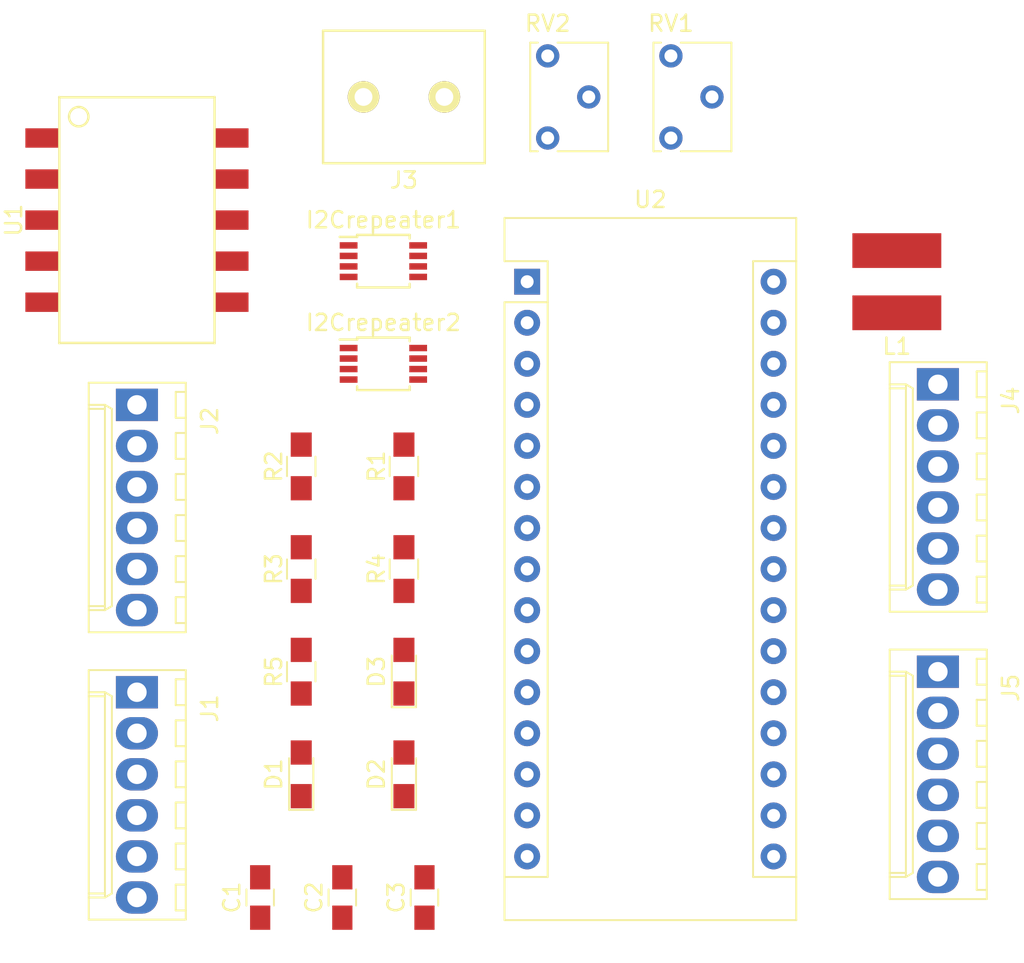
<source format=kicad_pcb>
(kicad_pcb (version 4) (host pcbnew 4.0.7)

  (general
    (links 53)
    (no_connects 53)
    (area 0 0 0 0)
    (thickness 1.6)
    (drawings 0)
    (tracks 0)
    (zones 0)
    (modules 23)
    (nets 43)
  )

  (page A4)
  (layers
    (0 F.Cu signal)
    (31 B.Cu signal)
    (32 B.Adhes user)
    (33 F.Adhes user)
    (34 B.Paste user)
    (35 F.Paste user)
    (36 B.SilkS user)
    (37 F.SilkS user)
    (38 B.Mask user)
    (39 F.Mask user)
    (40 Dwgs.User user)
    (41 Cmts.User user)
    (42 Eco1.User user)
    (43 Eco2.User user)
    (44 Edge.Cuts user)
    (45 Margin user)
    (46 B.CrtYd user)
    (47 F.CrtYd user)
    (48 B.Fab user)
    (49 F.Fab user)
  )

  (setup
    (last_trace_width 0.25)
    (trace_clearance 0.2)
    (zone_clearance 0.508)
    (zone_45_only no)
    (trace_min 0.2)
    (segment_width 0.2)
    (edge_width 0.15)
    (via_size 0.6)
    (via_drill 0.4)
    (via_min_size 0.4)
    (via_min_drill 0.3)
    (uvia_size 0.3)
    (uvia_drill 0.1)
    (uvias_allowed no)
    (uvia_min_size 0.2)
    (uvia_min_drill 0.1)
    (pcb_text_width 0.3)
    (pcb_text_size 1.5 1.5)
    (mod_edge_width 0.15)
    (mod_text_size 1 1)
    (mod_text_width 0.15)
    (pad_size 1.524 1.524)
    (pad_drill 0.762)
    (pad_to_mask_clearance 0.2)
    (aux_axis_origin 0 0)
    (visible_elements FFFFFF7F)
    (pcbplotparams
      (layerselection 0x00030_80000001)
      (usegerberextensions false)
      (excludeedgelayer true)
      (linewidth 0.100000)
      (plotframeref false)
      (viasonmask false)
      (mode 1)
      (useauxorigin false)
      (hpglpennumber 1)
      (hpglpenspeed 20)
      (hpglpendiameter 15)
      (hpglpenoverlay 2)
      (psnegative false)
      (psa4output false)
      (plotreference true)
      (plotvalue true)
      (plotinvisibletext false)
      (padsonsilk false)
      (subtractmaskfromsilk false)
      (outputformat 1)
      (mirror false)
      (drillshape 1)
      (scaleselection 1)
      (outputdirectory ""))
  )

  (net 0 "")
  (net 1 12V)
  (net 2 GND)
  (net 3 "Net-(C3-Pad1)")
  (net 4 "Net-(D1-Pad2)")
  (net 5 "Net-(D2-Pad2)")
  (net 6 "Net-(D3-Pad2)")
  (net 7 VCC+3V)
  (net 8 DEBUG1)
  (net 9 SDAC)
  (net 10 SCLC)
  (net 11 DEBUG2)
  (net 12 INT)
  (net 13 SDAA)
  (net 14 SCLA)
  (net 15 DVI)
  (net 16 VCC+5V)
  (net 17 INPUT2)
  (net 18 INPUT3)
  (net 19 INPUT4)
  (net 20 INPUT5)
  (net 21 "Net-(J5-Pad2)")
  (net 22 "Net-(J5-Pad5)")
  (net 23 "Net-(L1-Pad2)")
  (net 24 SCLB)
  (net 25 SDAB)
  (net 26 TEST)
  (net 27 A1)
  (net 28 5V)
  (net 29 A0)
  (net 30 "Net-(U1-PadVADJ)")
  (net 31 3V)
  (net 32 "Net-(U2-Pad18)")
  (net 33 "Net-(U2-Pad6)")
  (net 34 "Net-(U2-Pad7)")
  (net 35 "Net-(U2-Pad8)")
  (net 36 EN)
  (net 37 "Net-(U2-Pad9)")
  (net 38 "Net-(U2-Pad25)")
  (net 39 "Net-(U2-Pad10)")
  (net 40 "Net-(U2-Pad11)")
  (net 41 "Net-(U2-Pad13)")
  (net 42 "Net-(U2-Pad30)")

  (net_class Default "This is the default net class."
    (clearance 0.2)
    (trace_width 0.25)
    (via_dia 0.6)
    (via_drill 0.4)
    (uvia_dia 0.3)
    (uvia_drill 0.1)
    (add_net 12V)
    (add_net 3V)
    (add_net 5V)
    (add_net A0)
    (add_net A1)
    (add_net DEBUG1)
    (add_net DEBUG2)
    (add_net DVI)
    (add_net EN)
    (add_net GND)
    (add_net INPUT2)
    (add_net INPUT3)
    (add_net INPUT4)
    (add_net INPUT5)
    (add_net INT)
    (add_net "Net-(C3-Pad1)")
    (add_net "Net-(D1-Pad2)")
    (add_net "Net-(D2-Pad2)")
    (add_net "Net-(D3-Pad2)")
    (add_net "Net-(J5-Pad2)")
    (add_net "Net-(J5-Pad5)")
    (add_net "Net-(L1-Pad2)")
    (add_net "Net-(U1-PadVADJ)")
    (add_net "Net-(U2-Pad10)")
    (add_net "Net-(U2-Pad11)")
    (add_net "Net-(U2-Pad13)")
    (add_net "Net-(U2-Pad18)")
    (add_net "Net-(U2-Pad25)")
    (add_net "Net-(U2-Pad30)")
    (add_net "Net-(U2-Pad6)")
    (add_net "Net-(U2-Pad7)")
    (add_net "Net-(U2-Pad8)")
    (add_net "Net-(U2-Pad9)")
    (add_net SCLA)
    (add_net SCLB)
    (add_net SCLC)
    (add_net SDAA)
    (add_net SDAB)
    (add_net SDAC)
    (add_net TEST)
    (add_net VCC+3V)
    (add_net VCC+5V)
  )

  (module Capacitors_SMD:C_0805_HandSoldering (layer F.Cu) (tedit 58AA84A8) (tstamp 5B055A86)
    (at 101.6 140.97 90)
    (descr "Capacitor SMD 0805, hand soldering")
    (tags "capacitor 0805")
    (path /5B059BFC)
    (attr smd)
    (fp_text reference C1 (at 0 -1.75 90) (layer F.SilkS)
      (effects (font (size 1 1) (thickness 0.15)))
    )
    (fp_text value 4.7uF (at 0 1.75 90) (layer F.Fab)
      (effects (font (size 1 1) (thickness 0.15)))
    )
    (fp_text user %R (at 0 -1.75 90) (layer F.Fab)
      (effects (font (size 1 1) (thickness 0.15)))
    )
    (fp_line (start -1 0.62) (end -1 -0.62) (layer F.Fab) (width 0.1))
    (fp_line (start 1 0.62) (end -1 0.62) (layer F.Fab) (width 0.1))
    (fp_line (start 1 -0.62) (end 1 0.62) (layer F.Fab) (width 0.1))
    (fp_line (start -1 -0.62) (end 1 -0.62) (layer F.Fab) (width 0.1))
    (fp_line (start 0.5 -0.85) (end -0.5 -0.85) (layer F.SilkS) (width 0.12))
    (fp_line (start -0.5 0.85) (end 0.5 0.85) (layer F.SilkS) (width 0.12))
    (fp_line (start -2.25 -0.88) (end 2.25 -0.88) (layer F.CrtYd) (width 0.05))
    (fp_line (start -2.25 -0.88) (end -2.25 0.87) (layer F.CrtYd) (width 0.05))
    (fp_line (start 2.25 0.87) (end 2.25 -0.88) (layer F.CrtYd) (width 0.05))
    (fp_line (start 2.25 0.87) (end -2.25 0.87) (layer F.CrtYd) (width 0.05))
    (pad 1 smd rect (at -1.25 0 90) (size 1.5 1.25) (layers F.Cu F.Paste F.Mask)
      (net 1 12V))
    (pad 2 smd rect (at 1.25 0 90) (size 1.5 1.25) (layers F.Cu F.Paste F.Mask)
      (net 2 GND))
    (model Capacitors_SMD.3dshapes/C_0805.wrl
      (at (xyz 0 0 0))
      (scale (xyz 1 1 1))
      (rotate (xyz 0 0 0))
    )
  )

  (module Capacitors_SMD:C_0805_HandSoldering (layer F.Cu) (tedit 58AA84A8) (tstamp 5B055A8C)
    (at 106.68 140.97 90)
    (descr "Capacitor SMD 0805, hand soldering")
    (tags "capacitor 0805")
    (path /5B053D49)
    (attr smd)
    (fp_text reference C2 (at 0 -1.75 90) (layer F.SilkS)
      (effects (font (size 1 1) (thickness 0.15)))
    )
    (fp_text value 4.7uF (at 0 1.75 90) (layer F.Fab)
      (effects (font (size 1 1) (thickness 0.15)))
    )
    (fp_text user %R (at 0 -1.75 90) (layer F.Fab)
      (effects (font (size 1 1) (thickness 0.15)))
    )
    (fp_line (start -1 0.62) (end -1 -0.62) (layer F.Fab) (width 0.1))
    (fp_line (start 1 0.62) (end -1 0.62) (layer F.Fab) (width 0.1))
    (fp_line (start 1 -0.62) (end 1 0.62) (layer F.Fab) (width 0.1))
    (fp_line (start -1 -0.62) (end 1 -0.62) (layer F.Fab) (width 0.1))
    (fp_line (start 0.5 -0.85) (end -0.5 -0.85) (layer F.SilkS) (width 0.12))
    (fp_line (start -0.5 0.85) (end 0.5 0.85) (layer F.SilkS) (width 0.12))
    (fp_line (start -2.25 -0.88) (end 2.25 -0.88) (layer F.CrtYd) (width 0.05))
    (fp_line (start -2.25 -0.88) (end -2.25 0.87) (layer F.CrtYd) (width 0.05))
    (fp_line (start 2.25 0.87) (end 2.25 -0.88) (layer F.CrtYd) (width 0.05))
    (fp_line (start 2.25 0.87) (end -2.25 0.87) (layer F.CrtYd) (width 0.05))
    (pad 1 smd rect (at -1.25 0 90) (size 1.5 1.25) (layers F.Cu F.Paste F.Mask)
      (net 1 12V))
    (pad 2 smd rect (at 1.25 0 90) (size 1.5 1.25) (layers F.Cu F.Paste F.Mask)
      (net 2 GND))
    (model Capacitors_SMD.3dshapes/C_0805.wrl
      (at (xyz 0 0 0))
      (scale (xyz 1 1 1))
      (rotate (xyz 0 0 0))
    )
  )

  (module Capacitors_SMD:C_0805_HandSoldering (layer F.Cu) (tedit 58AA84A8) (tstamp 5B055A92)
    (at 111.76 140.97 90)
    (descr "Capacitor SMD 0805, hand soldering")
    (tags "capacitor 0805")
    (path /5B053D7B)
    (attr smd)
    (fp_text reference C3 (at 0 -1.75 90) (layer F.SilkS)
      (effects (font (size 1 1) (thickness 0.15)))
    )
    (fp_text value 4.7uF (at 0 1.75 90) (layer F.Fab)
      (effects (font (size 1 1) (thickness 0.15)))
    )
    (fp_text user %R (at 0 -1.75 90) (layer F.Fab)
      (effects (font (size 1 1) (thickness 0.15)))
    )
    (fp_line (start -1 0.62) (end -1 -0.62) (layer F.Fab) (width 0.1))
    (fp_line (start 1 0.62) (end -1 0.62) (layer F.Fab) (width 0.1))
    (fp_line (start 1 -0.62) (end 1 0.62) (layer F.Fab) (width 0.1))
    (fp_line (start -1 -0.62) (end 1 -0.62) (layer F.Fab) (width 0.1))
    (fp_line (start 0.5 -0.85) (end -0.5 -0.85) (layer F.SilkS) (width 0.12))
    (fp_line (start -0.5 0.85) (end 0.5 0.85) (layer F.SilkS) (width 0.12))
    (fp_line (start -2.25 -0.88) (end 2.25 -0.88) (layer F.CrtYd) (width 0.05))
    (fp_line (start -2.25 -0.88) (end -2.25 0.87) (layer F.CrtYd) (width 0.05))
    (fp_line (start 2.25 0.87) (end 2.25 -0.88) (layer F.CrtYd) (width 0.05))
    (fp_line (start 2.25 0.87) (end -2.25 0.87) (layer F.CrtYd) (width 0.05))
    (pad 1 smd rect (at -1.25 0 90) (size 1.5 1.25) (layers F.Cu F.Paste F.Mask)
      (net 3 "Net-(C3-Pad1)"))
    (pad 2 smd rect (at 1.25 0 90) (size 1.5 1.25) (layers F.Cu F.Paste F.Mask)
      (net 2 GND))
    (model Capacitors_SMD.3dshapes/C_0805.wrl
      (at (xyz 0 0 0))
      (scale (xyz 1 1 1))
      (rotate (xyz 0 0 0))
    )
  )

  (module LEDs:LED_0805_HandSoldering (layer F.Cu) (tedit 595FCA25) (tstamp 5B055A98)
    (at 104.14 133.35 90)
    (descr "Resistor SMD 0805, hand soldering")
    (tags "resistor 0805")
    (path /5B0592EE)
    (attr smd)
    (fp_text reference D1 (at 0 -1.7 90) (layer F.SilkS)
      (effects (font (size 1 1) (thickness 0.15)))
    )
    (fp_text value LED (at 0 1.75 90) (layer F.Fab)
      (effects (font (size 1 1) (thickness 0.15)))
    )
    (fp_line (start -0.4 -0.4) (end -0.4 0.4) (layer F.Fab) (width 0.1))
    (fp_line (start -0.4 0) (end 0.2 -0.4) (layer F.Fab) (width 0.1))
    (fp_line (start 0.2 0.4) (end -0.4 0) (layer F.Fab) (width 0.1))
    (fp_line (start 0.2 -0.4) (end 0.2 0.4) (layer F.Fab) (width 0.1))
    (fp_line (start -1 0.62) (end -1 -0.62) (layer F.Fab) (width 0.1))
    (fp_line (start 1 0.62) (end -1 0.62) (layer F.Fab) (width 0.1))
    (fp_line (start 1 -0.62) (end 1 0.62) (layer F.Fab) (width 0.1))
    (fp_line (start -1 -0.62) (end 1 -0.62) (layer F.Fab) (width 0.1))
    (fp_line (start 1 0.75) (end -2.2 0.75) (layer F.SilkS) (width 0.12))
    (fp_line (start -2.2 -0.75) (end 1 -0.75) (layer F.SilkS) (width 0.12))
    (fp_line (start -2.35 -0.9) (end 2.35 -0.9) (layer F.CrtYd) (width 0.05))
    (fp_line (start -2.35 -0.9) (end -2.35 0.9) (layer F.CrtYd) (width 0.05))
    (fp_line (start 2.35 0.9) (end 2.35 -0.9) (layer F.CrtYd) (width 0.05))
    (fp_line (start 2.35 0.9) (end -2.35 0.9) (layer F.CrtYd) (width 0.05))
    (fp_line (start -2.2 -0.75) (end -2.2 0.75) (layer F.SilkS) (width 0.12))
    (pad 1 smd rect (at -1.35 0 90) (size 1.5 1.3) (layers F.Cu F.Paste F.Mask)
      (net 2 GND))
    (pad 2 smd rect (at 1.35 0 90) (size 1.5 1.3) (layers F.Cu F.Paste F.Mask)
      (net 4 "Net-(D1-Pad2)"))
    (model ${KISYS3DMOD}/LEDs.3dshapes/LED_0805.wrl
      (at (xyz 0 0 0))
      (scale (xyz 1 1 1))
      (rotate (xyz 0 0 0))
    )
  )

  (module LEDs:LED_0805_HandSoldering (layer F.Cu) (tedit 595FCA25) (tstamp 5B055A9E)
    (at 110.49 133.35 90)
    (descr "Resistor SMD 0805, hand soldering")
    (tags "resistor 0805")
    (path /5B057AF7)
    (attr smd)
    (fp_text reference D2 (at 0 -1.7 90) (layer F.SilkS)
      (effects (font (size 1 1) (thickness 0.15)))
    )
    (fp_text value LED (at 0 1.75 90) (layer F.Fab)
      (effects (font (size 1 1) (thickness 0.15)))
    )
    (fp_line (start -0.4 -0.4) (end -0.4 0.4) (layer F.Fab) (width 0.1))
    (fp_line (start -0.4 0) (end 0.2 -0.4) (layer F.Fab) (width 0.1))
    (fp_line (start 0.2 0.4) (end -0.4 0) (layer F.Fab) (width 0.1))
    (fp_line (start 0.2 -0.4) (end 0.2 0.4) (layer F.Fab) (width 0.1))
    (fp_line (start -1 0.62) (end -1 -0.62) (layer F.Fab) (width 0.1))
    (fp_line (start 1 0.62) (end -1 0.62) (layer F.Fab) (width 0.1))
    (fp_line (start 1 -0.62) (end 1 0.62) (layer F.Fab) (width 0.1))
    (fp_line (start -1 -0.62) (end 1 -0.62) (layer F.Fab) (width 0.1))
    (fp_line (start 1 0.75) (end -2.2 0.75) (layer F.SilkS) (width 0.12))
    (fp_line (start -2.2 -0.75) (end 1 -0.75) (layer F.SilkS) (width 0.12))
    (fp_line (start -2.35 -0.9) (end 2.35 -0.9) (layer F.CrtYd) (width 0.05))
    (fp_line (start -2.35 -0.9) (end -2.35 0.9) (layer F.CrtYd) (width 0.05))
    (fp_line (start 2.35 0.9) (end 2.35 -0.9) (layer F.CrtYd) (width 0.05))
    (fp_line (start 2.35 0.9) (end -2.35 0.9) (layer F.CrtYd) (width 0.05))
    (fp_line (start -2.2 -0.75) (end -2.2 0.75) (layer F.SilkS) (width 0.12))
    (pad 1 smd rect (at -1.35 0 90) (size 1.5 1.3) (layers F.Cu F.Paste F.Mask)
      (net 2 GND))
    (pad 2 smd rect (at 1.35 0 90) (size 1.5 1.3) (layers F.Cu F.Paste F.Mask)
      (net 5 "Net-(D2-Pad2)"))
    (model ${KISYS3DMOD}/LEDs.3dshapes/LED_0805.wrl
      (at (xyz 0 0 0))
      (scale (xyz 1 1 1))
      (rotate (xyz 0 0 0))
    )
  )

  (module LEDs:LED_0805_HandSoldering (layer F.Cu) (tedit 595FCA25) (tstamp 5B055AA4)
    (at 110.49 127 90)
    (descr "Resistor SMD 0805, hand soldering")
    (tags "resistor 0805")
    (path /5B05939C)
    (attr smd)
    (fp_text reference D3 (at 0 -1.7 90) (layer F.SilkS)
      (effects (font (size 1 1) (thickness 0.15)))
    )
    (fp_text value LED (at 0 1.75 90) (layer F.Fab)
      (effects (font (size 1 1) (thickness 0.15)))
    )
    (fp_line (start -0.4 -0.4) (end -0.4 0.4) (layer F.Fab) (width 0.1))
    (fp_line (start -0.4 0) (end 0.2 -0.4) (layer F.Fab) (width 0.1))
    (fp_line (start 0.2 0.4) (end -0.4 0) (layer F.Fab) (width 0.1))
    (fp_line (start 0.2 -0.4) (end 0.2 0.4) (layer F.Fab) (width 0.1))
    (fp_line (start -1 0.62) (end -1 -0.62) (layer F.Fab) (width 0.1))
    (fp_line (start 1 0.62) (end -1 0.62) (layer F.Fab) (width 0.1))
    (fp_line (start 1 -0.62) (end 1 0.62) (layer F.Fab) (width 0.1))
    (fp_line (start -1 -0.62) (end 1 -0.62) (layer F.Fab) (width 0.1))
    (fp_line (start 1 0.75) (end -2.2 0.75) (layer F.SilkS) (width 0.12))
    (fp_line (start -2.2 -0.75) (end 1 -0.75) (layer F.SilkS) (width 0.12))
    (fp_line (start -2.35 -0.9) (end 2.35 -0.9) (layer F.CrtYd) (width 0.05))
    (fp_line (start -2.35 -0.9) (end -2.35 0.9) (layer F.CrtYd) (width 0.05))
    (fp_line (start 2.35 0.9) (end 2.35 -0.9) (layer F.CrtYd) (width 0.05))
    (fp_line (start 2.35 0.9) (end -2.35 0.9) (layer F.CrtYd) (width 0.05))
    (fp_line (start -2.2 -0.75) (end -2.2 0.75) (layer F.SilkS) (width 0.12))
    (pad 1 smd rect (at -1.35 0 90) (size 1.5 1.3) (layers F.Cu F.Paste F.Mask)
      (net 2 GND))
    (pad 2 smd rect (at 1.35 0 90) (size 1.5 1.3) (layers F.Cu F.Paste F.Mask)
      (net 6 "Net-(D3-Pad2)"))
    (model ${KISYS3DMOD}/LEDs.3dshapes/LED_0805.wrl
      (at (xyz 0 0 0))
      (scale (xyz 1 1 1))
      (rotate (xyz 0 0 0))
    )
  )

  (module Housings_SSOP:TSSOP-8_3x3mm_Pitch0.65mm (layer F.Cu) (tedit 54130A77) (tstamp 5B055AB0)
    (at 109.22 101.6)
    (descr "TSSOP8: plastic thin shrink small outline package; 8 leads; body width 3 mm; (see NXP SSOP-TSSOP-VSO-REFLOW.pdf and sot505-1_po.pdf)")
    (tags "SSOP 0.65")
    (path /5B057D58)
    (attr smd)
    (fp_text reference I2Crepeater1 (at 0 -2.55) (layer F.SilkS)
      (effects (font (size 1 1) (thickness 0.15)))
    )
    (fp_text value I2C-PCA9517 (at 0 2.55) (layer F.Fab)
      (effects (font (size 1 1) (thickness 0.15)))
    )
    (fp_line (start -0.5 -1.5) (end 1.5 -1.5) (layer F.Fab) (width 0.15))
    (fp_line (start 1.5 -1.5) (end 1.5 1.5) (layer F.Fab) (width 0.15))
    (fp_line (start 1.5 1.5) (end -1.5 1.5) (layer F.Fab) (width 0.15))
    (fp_line (start -1.5 1.5) (end -1.5 -0.5) (layer F.Fab) (width 0.15))
    (fp_line (start -1.5 -0.5) (end -0.5 -1.5) (layer F.Fab) (width 0.15))
    (fp_line (start -2.95 -1.8) (end -2.95 1.8) (layer F.CrtYd) (width 0.05))
    (fp_line (start 2.95 -1.8) (end 2.95 1.8) (layer F.CrtYd) (width 0.05))
    (fp_line (start -2.95 -1.8) (end 2.95 -1.8) (layer F.CrtYd) (width 0.05))
    (fp_line (start -2.95 1.8) (end 2.95 1.8) (layer F.CrtYd) (width 0.05))
    (fp_line (start -1.625 -1.625) (end -1.625 -1.5) (layer F.SilkS) (width 0.15))
    (fp_line (start 1.625 -1.625) (end 1.625 -1.4) (layer F.SilkS) (width 0.15))
    (fp_line (start 1.625 1.625) (end 1.625 1.4) (layer F.SilkS) (width 0.15))
    (fp_line (start -1.625 1.625) (end -1.625 1.4) (layer F.SilkS) (width 0.15))
    (fp_line (start -1.625 -1.625) (end 1.625 -1.625) (layer F.SilkS) (width 0.15))
    (fp_line (start -1.625 1.625) (end 1.625 1.625) (layer F.SilkS) (width 0.15))
    (fp_line (start -1.625 -1.5) (end -2.7 -1.5) (layer F.SilkS) (width 0.15))
    (fp_text user %R (at 0 0) (layer F.Fab)
      (effects (font (size 0.6 0.6) (thickness 0.15)))
    )
    (pad 1 smd rect (at -2.15 -0.975) (size 1.1 0.4) (layers F.Cu F.Paste F.Mask))
    (pad 2 smd rect (at -2.15 -0.325) (size 1.1 0.4) (layers F.Cu F.Paste F.Mask))
    (pad 3 smd rect (at -2.15 0.325) (size 1.1 0.4) (layers F.Cu F.Paste F.Mask))
    (pad 4 smd rect (at -2.15 0.975) (size 1.1 0.4) (layers F.Cu F.Paste F.Mask))
    (pad 5 smd rect (at 2.15 0.975) (size 1.1 0.4) (layers F.Cu F.Paste F.Mask))
    (pad 6 smd rect (at 2.15 0.325) (size 1.1 0.4) (layers F.Cu F.Paste F.Mask))
    (pad 7 smd rect (at 2.15 -0.325) (size 1.1 0.4) (layers F.Cu F.Paste F.Mask))
    (pad 8 smd rect (at 2.15 -0.975) (size 1.1 0.4) (layers F.Cu F.Paste F.Mask))
    (model ${KISYS3DMOD}/Housings_SSOP.3dshapes/TSSOP-8_3x3mm_Pitch0.65mm.wrl
      (at (xyz 0 0 0))
      (scale (xyz 1 1 1))
      (rotate (xyz 0 0 0))
    )
  )

  (module Housings_SSOP:TSSOP-8_3x3mm_Pitch0.65mm (layer F.Cu) (tedit 54130A77) (tstamp 5B055ABC)
    (at 109.22 107.95)
    (descr "TSSOP8: plastic thin shrink small outline package; 8 leads; body width 3 mm; (see NXP SSOP-TSSOP-VSO-REFLOW.pdf and sot505-1_po.pdf)")
    (tags "SSOP 0.65")
    (path /5B052CDF)
    (attr smd)
    (fp_text reference I2Crepeater2 (at 0 -2.55) (layer F.SilkS)
      (effects (font (size 1 1) (thickness 0.15)))
    )
    (fp_text value I2C-PCA9517 (at 0 2.55) (layer F.Fab)
      (effects (font (size 1 1) (thickness 0.15)))
    )
    (fp_line (start -0.5 -1.5) (end 1.5 -1.5) (layer F.Fab) (width 0.15))
    (fp_line (start 1.5 -1.5) (end 1.5 1.5) (layer F.Fab) (width 0.15))
    (fp_line (start 1.5 1.5) (end -1.5 1.5) (layer F.Fab) (width 0.15))
    (fp_line (start -1.5 1.5) (end -1.5 -0.5) (layer F.Fab) (width 0.15))
    (fp_line (start -1.5 -0.5) (end -0.5 -1.5) (layer F.Fab) (width 0.15))
    (fp_line (start -2.95 -1.8) (end -2.95 1.8) (layer F.CrtYd) (width 0.05))
    (fp_line (start 2.95 -1.8) (end 2.95 1.8) (layer F.CrtYd) (width 0.05))
    (fp_line (start -2.95 -1.8) (end 2.95 -1.8) (layer F.CrtYd) (width 0.05))
    (fp_line (start -2.95 1.8) (end 2.95 1.8) (layer F.CrtYd) (width 0.05))
    (fp_line (start -1.625 -1.625) (end -1.625 -1.5) (layer F.SilkS) (width 0.15))
    (fp_line (start 1.625 -1.625) (end 1.625 -1.4) (layer F.SilkS) (width 0.15))
    (fp_line (start 1.625 1.625) (end 1.625 1.4) (layer F.SilkS) (width 0.15))
    (fp_line (start -1.625 1.625) (end -1.625 1.4) (layer F.SilkS) (width 0.15))
    (fp_line (start -1.625 -1.625) (end 1.625 -1.625) (layer F.SilkS) (width 0.15))
    (fp_line (start -1.625 1.625) (end 1.625 1.625) (layer F.SilkS) (width 0.15))
    (fp_line (start -1.625 -1.5) (end -2.7 -1.5) (layer F.SilkS) (width 0.15))
    (fp_text user %R (at 0 0) (layer F.Fab)
      (effects (font (size 0.6 0.6) (thickness 0.15)))
    )
    (pad 1 smd rect (at -2.15 -0.975) (size 1.1 0.4) (layers F.Cu F.Paste F.Mask))
    (pad 2 smd rect (at -2.15 -0.325) (size 1.1 0.4) (layers F.Cu F.Paste F.Mask))
    (pad 3 smd rect (at -2.15 0.325) (size 1.1 0.4) (layers F.Cu F.Paste F.Mask))
    (pad 4 smd rect (at -2.15 0.975) (size 1.1 0.4) (layers F.Cu F.Paste F.Mask))
    (pad 5 smd rect (at 2.15 0.975) (size 1.1 0.4) (layers F.Cu F.Paste F.Mask))
    (pad 6 smd rect (at 2.15 0.325) (size 1.1 0.4) (layers F.Cu F.Paste F.Mask))
    (pad 7 smd rect (at 2.15 -0.325) (size 1.1 0.4) (layers F.Cu F.Paste F.Mask))
    (pad 8 smd rect (at 2.15 -0.975) (size 1.1 0.4) (layers F.Cu F.Paste F.Mask))
    (model ${KISYS3DMOD}/Housings_SSOP.3dshapes/TSSOP-8_3x3mm_Pitch0.65mm.wrl
      (at (xyz 0 0 0))
      (scale (xyz 1 1 1))
      (rotate (xyz 0 0 0))
    )
  )

  (module valveteam-footprints:Molex_KK-6410-06_06x2.54mm_Straight (layer F.Cu) (tedit 58EE6EEB) (tstamp 5B055AED)
    (at 93.98 128.27 270)
    (descr "Connector Headers with Friction Lock, 22-27-2061, http://www.molex.com/pdm_docs/sd/022272021_sd.pdf")
    (tags "connector molex kk_6410 22-27-2061")
    (path /5B057D65)
    (fp_text reference J1 (at 1 -4.5 270) (layer F.SilkS)
      (effects (font (size 1 1) (thickness 0.15)))
    )
    (fp_text value "For Light Sensor" (at 6.35 4.5 270) (layer F.Fab)
      (effects (font (size 1 1) (thickness 0.15)))
    )
    (fp_line (start -1.47 -3.12) (end -1.47 3.08) (layer F.Fab) (width 0.12))
    (fp_line (start -1.47 3.08) (end 14.17 3.08) (layer F.Fab) (width 0.12))
    (fp_line (start 14.17 3.08) (end 14.17 -3.12) (layer F.Fab) (width 0.12))
    (fp_line (start 14.17 -3.12) (end -1.47 -3.12) (layer F.Fab) (width 0.12))
    (fp_line (start -1.37 -3.02) (end -1.37 2.98) (layer F.SilkS) (width 0.12))
    (fp_line (start -1.37 2.98) (end 14.07 2.98) (layer F.SilkS) (width 0.12))
    (fp_line (start 14.07 2.98) (end 14.07 -3.02) (layer F.SilkS) (width 0.12))
    (fp_line (start 14.07 -3.02) (end -1.37 -3.02) (layer F.SilkS) (width 0.12))
    (fp_line (start 0 2.98) (end 0 1.98) (layer F.SilkS) (width 0.12))
    (fp_line (start 0 1.98) (end 12.7 1.98) (layer F.SilkS) (width 0.12))
    (fp_line (start 12.7 1.98) (end 12.7 2.98) (layer F.SilkS) (width 0.12))
    (fp_line (start 0 1.98) (end 0.25 1.55) (layer F.SilkS) (width 0.12))
    (fp_line (start 0.25 1.55) (end 12.45 1.55) (layer F.SilkS) (width 0.12))
    (fp_line (start 12.45 1.55) (end 12.7 1.98) (layer F.SilkS) (width 0.12))
    (fp_line (start 0.25 2.98) (end 0.25 1.98) (layer F.SilkS) (width 0.12))
    (fp_line (start 12.45 2.98) (end 12.45 1.98) (layer F.SilkS) (width 0.12))
    (fp_line (start -0.8 -3.02) (end -0.8 -2.4) (layer F.SilkS) (width 0.12))
    (fp_line (start -0.8 -2.4) (end 0.8 -2.4) (layer F.SilkS) (width 0.12))
    (fp_line (start 0.8 -2.4) (end 0.8 -3.02) (layer F.SilkS) (width 0.12))
    (fp_line (start 1.74 -3.02) (end 1.74 -2.4) (layer F.SilkS) (width 0.12))
    (fp_line (start 1.74 -2.4) (end 3.34 -2.4) (layer F.SilkS) (width 0.12))
    (fp_line (start 3.34 -2.4) (end 3.34 -3.02) (layer F.SilkS) (width 0.12))
    (fp_line (start 4.28 -3.02) (end 4.28 -2.4) (layer F.SilkS) (width 0.12))
    (fp_line (start 4.28 -2.4) (end 5.88 -2.4) (layer F.SilkS) (width 0.12))
    (fp_line (start 5.88 -2.4) (end 5.88 -3.02) (layer F.SilkS) (width 0.12))
    (fp_line (start 6.82 -3.02) (end 6.82 -2.4) (layer F.SilkS) (width 0.12))
    (fp_line (start 6.82 -2.4) (end 8.42 -2.4) (layer F.SilkS) (width 0.12))
    (fp_line (start 8.42 -2.4) (end 8.42 -3.02) (layer F.SilkS) (width 0.12))
    (fp_line (start 9.36 -3.02) (end 9.36 -2.4) (layer F.SilkS) (width 0.12))
    (fp_line (start 9.36 -2.4) (end 10.96 -2.4) (layer F.SilkS) (width 0.12))
    (fp_line (start 10.96 -2.4) (end 10.96 -3.02) (layer F.SilkS) (width 0.12))
    (fp_line (start 11.9 -3.02) (end 11.9 -2.4) (layer F.SilkS) (width 0.12))
    (fp_line (start 11.9 -2.4) (end 13.5 -2.4) (layer F.SilkS) (width 0.12))
    (fp_line (start 13.5 -2.4) (end 13.5 -3.02) (layer F.SilkS) (width 0.12))
    (fp_line (start -1.9 3.5) (end -1.9 -3.55) (layer F.CrtYd) (width 0.05))
    (fp_line (start -1.9 -3.55) (end 14.6 -3.55) (layer F.CrtYd) (width 0.05))
    (fp_line (start 14.6 -3.55) (end 14.6 3.5) (layer F.CrtYd) (width 0.05))
    (fp_line (start 14.6 3.5) (end -1.9 3.5) (layer F.CrtYd) (width 0.05))
    (fp_text user %R (at 6.35 0 270) (layer F.Fab)
      (effects (font (size 1 1) (thickness 0.15)))
    )
    (pad 1 thru_hole rect (at 0 0 270) (size 2 2.6) (drill 1.2) (layers *.Cu *.Mask)
      (net 7 VCC+3V))
    (pad 2 thru_hole oval (at 2.54 0 270) (size 2 2.6) (drill 1.2) (layers *.Cu *.Mask)
      (net 8 DEBUG1))
    (pad 3 thru_hole oval (at 5.08 0 270) (size 2 2.6) (drill 1.2) (layers *.Cu *.Mask)
      (net 9 SDAC))
    (pad 4 thru_hole oval (at 7.62 0 270) (size 2 2.6) (drill 1.2) (layers *.Cu *.Mask)
      (net 10 SCLC))
    (pad 5 thru_hole oval (at 10.16 0 270) (size 2 2.6) (drill 1.2) (layers *.Cu *.Mask)
      (net 11 DEBUG2))
    (pad 6 thru_hole oval (at 12.7 0 270) (size 2 2.6) (drill 1.2) (layers *.Cu *.Mask)
      (net 2 GND))
    (model ${KISYS3DMOD}/Connectors_Molex.3dshapes/Molex_KK-6410-06_06x2.54mm_Straight.wrl
      (at (xyz 0 0 0))
      (scale (xyz 1 1 1))
      (rotate (xyz 0 0 0))
    )
  )

  (module valveteam-footprints:Molex_KK-6410-06_06x2.54mm_Straight (layer F.Cu) (tedit 58EE6EEB) (tstamp 5B055B1E)
    (at 93.98 110.49 270)
    (descr "Connector Headers with Friction Lock, 22-27-2061, http://www.molex.com/pdm_docs/sd/022272021_sd.pdf")
    (tags "connector molex kk_6410 22-27-2061")
    (path /5B05419B)
    (fp_text reference J2 (at 1 -4.5 270) (layer F.SilkS)
      (effects (font (size 1 1) (thickness 0.15)))
    )
    (fp_text value "For Light Sensor" (at 6.35 4.5 270) (layer F.Fab)
      (effects (font (size 1 1) (thickness 0.15)))
    )
    (fp_line (start -1.47 -3.12) (end -1.47 3.08) (layer F.Fab) (width 0.12))
    (fp_line (start -1.47 3.08) (end 14.17 3.08) (layer F.Fab) (width 0.12))
    (fp_line (start 14.17 3.08) (end 14.17 -3.12) (layer F.Fab) (width 0.12))
    (fp_line (start 14.17 -3.12) (end -1.47 -3.12) (layer F.Fab) (width 0.12))
    (fp_line (start -1.37 -3.02) (end -1.37 2.98) (layer F.SilkS) (width 0.12))
    (fp_line (start -1.37 2.98) (end 14.07 2.98) (layer F.SilkS) (width 0.12))
    (fp_line (start 14.07 2.98) (end 14.07 -3.02) (layer F.SilkS) (width 0.12))
    (fp_line (start 14.07 -3.02) (end -1.37 -3.02) (layer F.SilkS) (width 0.12))
    (fp_line (start 0 2.98) (end 0 1.98) (layer F.SilkS) (width 0.12))
    (fp_line (start 0 1.98) (end 12.7 1.98) (layer F.SilkS) (width 0.12))
    (fp_line (start 12.7 1.98) (end 12.7 2.98) (layer F.SilkS) (width 0.12))
    (fp_line (start 0 1.98) (end 0.25 1.55) (layer F.SilkS) (width 0.12))
    (fp_line (start 0.25 1.55) (end 12.45 1.55) (layer F.SilkS) (width 0.12))
    (fp_line (start 12.45 1.55) (end 12.7 1.98) (layer F.SilkS) (width 0.12))
    (fp_line (start 0.25 2.98) (end 0.25 1.98) (layer F.SilkS) (width 0.12))
    (fp_line (start 12.45 2.98) (end 12.45 1.98) (layer F.SilkS) (width 0.12))
    (fp_line (start -0.8 -3.02) (end -0.8 -2.4) (layer F.SilkS) (width 0.12))
    (fp_line (start -0.8 -2.4) (end 0.8 -2.4) (layer F.SilkS) (width 0.12))
    (fp_line (start 0.8 -2.4) (end 0.8 -3.02) (layer F.SilkS) (width 0.12))
    (fp_line (start 1.74 -3.02) (end 1.74 -2.4) (layer F.SilkS) (width 0.12))
    (fp_line (start 1.74 -2.4) (end 3.34 -2.4) (layer F.SilkS) (width 0.12))
    (fp_line (start 3.34 -2.4) (end 3.34 -3.02) (layer F.SilkS) (width 0.12))
    (fp_line (start 4.28 -3.02) (end 4.28 -2.4) (layer F.SilkS) (width 0.12))
    (fp_line (start 4.28 -2.4) (end 5.88 -2.4) (layer F.SilkS) (width 0.12))
    (fp_line (start 5.88 -2.4) (end 5.88 -3.02) (layer F.SilkS) (width 0.12))
    (fp_line (start 6.82 -3.02) (end 6.82 -2.4) (layer F.SilkS) (width 0.12))
    (fp_line (start 6.82 -2.4) (end 8.42 -2.4) (layer F.SilkS) (width 0.12))
    (fp_line (start 8.42 -2.4) (end 8.42 -3.02) (layer F.SilkS) (width 0.12))
    (fp_line (start 9.36 -3.02) (end 9.36 -2.4) (layer F.SilkS) (width 0.12))
    (fp_line (start 9.36 -2.4) (end 10.96 -2.4) (layer F.SilkS) (width 0.12))
    (fp_line (start 10.96 -2.4) (end 10.96 -3.02) (layer F.SilkS) (width 0.12))
    (fp_line (start 11.9 -3.02) (end 11.9 -2.4) (layer F.SilkS) (width 0.12))
    (fp_line (start 11.9 -2.4) (end 13.5 -2.4) (layer F.SilkS) (width 0.12))
    (fp_line (start 13.5 -2.4) (end 13.5 -3.02) (layer F.SilkS) (width 0.12))
    (fp_line (start -1.9 3.5) (end -1.9 -3.55) (layer F.CrtYd) (width 0.05))
    (fp_line (start -1.9 -3.55) (end 14.6 -3.55) (layer F.CrtYd) (width 0.05))
    (fp_line (start 14.6 -3.55) (end 14.6 3.5) (layer F.CrtYd) (width 0.05))
    (fp_line (start 14.6 3.5) (end -1.9 3.5) (layer F.CrtYd) (width 0.05))
    (fp_text user %R (at 6.35 0 270) (layer F.Fab)
      (effects (font (size 1 1) (thickness 0.15)))
    )
    (pad 1 thru_hole rect (at 0 0 270) (size 2 2.6) (drill 1.2) (layers *.Cu *.Mask)
      (net 7 VCC+3V))
    (pad 2 thru_hole oval (at 2.54 0 270) (size 2 2.6) (drill 1.2) (layers *.Cu *.Mask)
      (net 12 INT))
    (pad 3 thru_hole oval (at 5.08 0 270) (size 2 2.6) (drill 1.2) (layers *.Cu *.Mask)
      (net 13 SDAA))
    (pad 4 thru_hole oval (at 7.62 0 270) (size 2 2.6) (drill 1.2) (layers *.Cu *.Mask)
      (net 14 SCLA))
    (pad 5 thru_hole oval (at 10.16 0 270) (size 2 2.6) (drill 1.2) (layers *.Cu *.Mask)
      (net 15 DVI))
    (pad 6 thru_hole oval (at 12.7 0 270) (size 2 2.6) (drill 1.2) (layers *.Cu *.Mask)
      (net 2 GND))
    (model ${KISYS3DMOD}/Connectors_Molex.3dshapes/Molex_KK-6410-06_06x2.54mm_Straight.wrl
      (at (xyz 0 0 0))
      (scale (xyz 1 1 1))
      (rotate (xyz 0 0 0))
    )
  )

  (module valveteam-footprints:TE_TERM (layer F.Cu) (tedit 5B0423B0) (tstamp 5B055B28)
    (at 110.49 91.44)
    (path /5B05325B)
    (fp_text reference J3 (at 0 5.15) (layer F.SilkS)
      (effects (font (size 1 1) (thickness 0.15)))
    )
    (fp_text value "From Solar Panel" (at 0 -5.15) (layer F.Fab)
      (effects (font (size 1 1) (thickness 0.15)))
    )
    (fp_line (start -5 -4.1) (end 5 -4.1) (layer F.SilkS) (width 0.15))
    (fp_line (start 5 -4.1) (end 5 4.1) (layer F.SilkS) (width 0.15))
    (fp_line (start -5 4.1) (end 5 4.1) (layer F.SilkS) (width 0.15))
    (fp_line (start -5 -4.1) (end -5 4.1) (layer F.SilkS) (width 0.15))
    (pad 2 thru_hole circle (at 2.5 0) (size 1.95 1.95) (drill 1.1) (layers *.Cu *.Mask F.SilkS)
      (net 2 GND))
    (pad 1 thru_hole circle (at -2.5 0) (size 1.95 1.95) (drill 1.1) (layers *.Cu *.Mask F.SilkS)
      (net 1 12V))
  )

  (module valveteam-footprints:Molex_KK-6410-06_06x2.54mm_Straight (layer F.Cu) (tedit 58EE6EEB) (tstamp 5B055B59)
    (at 143.51 109.22 270)
    (descr "Connector Headers with Friction Lock, 22-27-2061, http://www.molex.com/pdm_docs/sd/022272021_sd.pdf")
    (tags "connector molex kk_6410 22-27-2061")
    (path /5B053A71)
    (fp_text reference J4 (at 1 -4.5 270) (layer F.SilkS)
      (effects (font (size 1 1) (thickness 0.15)))
    )
    (fp_text value "For Flow Module b" (at 6.35 4.5 270) (layer F.Fab)
      (effects (font (size 1 1) (thickness 0.15)))
    )
    (fp_line (start -1.47 -3.12) (end -1.47 3.08) (layer F.Fab) (width 0.12))
    (fp_line (start -1.47 3.08) (end 14.17 3.08) (layer F.Fab) (width 0.12))
    (fp_line (start 14.17 3.08) (end 14.17 -3.12) (layer F.Fab) (width 0.12))
    (fp_line (start 14.17 -3.12) (end -1.47 -3.12) (layer F.Fab) (width 0.12))
    (fp_line (start -1.37 -3.02) (end -1.37 2.98) (layer F.SilkS) (width 0.12))
    (fp_line (start -1.37 2.98) (end 14.07 2.98) (layer F.SilkS) (width 0.12))
    (fp_line (start 14.07 2.98) (end 14.07 -3.02) (layer F.SilkS) (width 0.12))
    (fp_line (start 14.07 -3.02) (end -1.37 -3.02) (layer F.SilkS) (width 0.12))
    (fp_line (start 0 2.98) (end 0 1.98) (layer F.SilkS) (width 0.12))
    (fp_line (start 0 1.98) (end 12.7 1.98) (layer F.SilkS) (width 0.12))
    (fp_line (start 12.7 1.98) (end 12.7 2.98) (layer F.SilkS) (width 0.12))
    (fp_line (start 0 1.98) (end 0.25 1.55) (layer F.SilkS) (width 0.12))
    (fp_line (start 0.25 1.55) (end 12.45 1.55) (layer F.SilkS) (width 0.12))
    (fp_line (start 12.45 1.55) (end 12.7 1.98) (layer F.SilkS) (width 0.12))
    (fp_line (start 0.25 2.98) (end 0.25 1.98) (layer F.SilkS) (width 0.12))
    (fp_line (start 12.45 2.98) (end 12.45 1.98) (layer F.SilkS) (width 0.12))
    (fp_line (start -0.8 -3.02) (end -0.8 -2.4) (layer F.SilkS) (width 0.12))
    (fp_line (start -0.8 -2.4) (end 0.8 -2.4) (layer F.SilkS) (width 0.12))
    (fp_line (start 0.8 -2.4) (end 0.8 -3.02) (layer F.SilkS) (width 0.12))
    (fp_line (start 1.74 -3.02) (end 1.74 -2.4) (layer F.SilkS) (width 0.12))
    (fp_line (start 1.74 -2.4) (end 3.34 -2.4) (layer F.SilkS) (width 0.12))
    (fp_line (start 3.34 -2.4) (end 3.34 -3.02) (layer F.SilkS) (width 0.12))
    (fp_line (start 4.28 -3.02) (end 4.28 -2.4) (layer F.SilkS) (width 0.12))
    (fp_line (start 4.28 -2.4) (end 5.88 -2.4) (layer F.SilkS) (width 0.12))
    (fp_line (start 5.88 -2.4) (end 5.88 -3.02) (layer F.SilkS) (width 0.12))
    (fp_line (start 6.82 -3.02) (end 6.82 -2.4) (layer F.SilkS) (width 0.12))
    (fp_line (start 6.82 -2.4) (end 8.42 -2.4) (layer F.SilkS) (width 0.12))
    (fp_line (start 8.42 -2.4) (end 8.42 -3.02) (layer F.SilkS) (width 0.12))
    (fp_line (start 9.36 -3.02) (end 9.36 -2.4) (layer F.SilkS) (width 0.12))
    (fp_line (start 9.36 -2.4) (end 10.96 -2.4) (layer F.SilkS) (width 0.12))
    (fp_line (start 10.96 -2.4) (end 10.96 -3.02) (layer F.SilkS) (width 0.12))
    (fp_line (start 11.9 -3.02) (end 11.9 -2.4) (layer F.SilkS) (width 0.12))
    (fp_line (start 11.9 -2.4) (end 13.5 -2.4) (layer F.SilkS) (width 0.12))
    (fp_line (start 13.5 -2.4) (end 13.5 -3.02) (layer F.SilkS) (width 0.12))
    (fp_line (start -1.9 3.5) (end -1.9 -3.55) (layer F.CrtYd) (width 0.05))
    (fp_line (start -1.9 -3.55) (end 14.6 -3.55) (layer F.CrtYd) (width 0.05))
    (fp_line (start 14.6 -3.55) (end 14.6 3.5) (layer F.CrtYd) (width 0.05))
    (fp_line (start 14.6 3.5) (end -1.9 3.5) (layer F.CrtYd) (width 0.05))
    (fp_text user %R (at 6.35 0 270) (layer F.Fab)
      (effects (font (size 1 1) (thickness 0.15)))
    )
    (pad 1 thru_hole rect (at 0 0 270) (size 2 2.6) (drill 1.2) (layers *.Cu *.Mask)
      (net 16 VCC+5V))
    (pad 2 thru_hole oval (at 2.54 0 270) (size 2 2.6) (drill 1.2) (layers *.Cu *.Mask)
      (net 17 INPUT2))
    (pad 3 thru_hole oval (at 5.08 0 270) (size 2 2.6) (drill 1.2) (layers *.Cu *.Mask)
      (net 18 INPUT3))
    (pad 4 thru_hole oval (at 7.62 0 270) (size 2 2.6) (drill 1.2) (layers *.Cu *.Mask)
      (net 19 INPUT4))
    (pad 5 thru_hole oval (at 10.16 0 270) (size 2 2.6) (drill 1.2) (layers *.Cu *.Mask)
      (net 20 INPUT5))
    (pad 6 thru_hole oval (at 12.7 0 270) (size 2 2.6) (drill 1.2) (layers *.Cu *.Mask)
      (net 2 GND))
    (model ${KISYS3DMOD}/Connectors_Molex.3dshapes/Molex_KK-6410-06_06x2.54mm_Straight.wrl
      (at (xyz 0 0 0))
      (scale (xyz 1 1 1))
      (rotate (xyz 0 0 0))
    )
  )

  (module valveteam-footprints:Molex_KK-6410-06_06x2.54mm_Straight (layer F.Cu) (tedit 58EE6EEB) (tstamp 5B055B8A)
    (at 143.51 127 270)
    (descr "Connector Headers with Friction Lock, 22-27-2061, http://www.molex.com/pdm_docs/sd/022272021_sd.pdf")
    (tags "connector molex kk_6410 22-27-2061")
    (path /5B053188)
    (fp_text reference J5 (at 1 -4.5 270) (layer F.SilkS)
      (effects (font (size 1 1) (thickness 0.15)))
    )
    (fp_text value "For Flow Module a" (at 6.35 4.5 270) (layer F.Fab)
      (effects (font (size 1 1) (thickness 0.15)))
    )
    (fp_line (start -1.47 -3.12) (end -1.47 3.08) (layer F.Fab) (width 0.12))
    (fp_line (start -1.47 3.08) (end 14.17 3.08) (layer F.Fab) (width 0.12))
    (fp_line (start 14.17 3.08) (end 14.17 -3.12) (layer F.Fab) (width 0.12))
    (fp_line (start 14.17 -3.12) (end -1.47 -3.12) (layer F.Fab) (width 0.12))
    (fp_line (start -1.37 -3.02) (end -1.37 2.98) (layer F.SilkS) (width 0.12))
    (fp_line (start -1.37 2.98) (end 14.07 2.98) (layer F.SilkS) (width 0.12))
    (fp_line (start 14.07 2.98) (end 14.07 -3.02) (layer F.SilkS) (width 0.12))
    (fp_line (start 14.07 -3.02) (end -1.37 -3.02) (layer F.SilkS) (width 0.12))
    (fp_line (start 0 2.98) (end 0 1.98) (layer F.SilkS) (width 0.12))
    (fp_line (start 0 1.98) (end 12.7 1.98) (layer F.SilkS) (width 0.12))
    (fp_line (start 12.7 1.98) (end 12.7 2.98) (layer F.SilkS) (width 0.12))
    (fp_line (start 0 1.98) (end 0.25 1.55) (layer F.SilkS) (width 0.12))
    (fp_line (start 0.25 1.55) (end 12.45 1.55) (layer F.SilkS) (width 0.12))
    (fp_line (start 12.45 1.55) (end 12.7 1.98) (layer F.SilkS) (width 0.12))
    (fp_line (start 0.25 2.98) (end 0.25 1.98) (layer F.SilkS) (width 0.12))
    (fp_line (start 12.45 2.98) (end 12.45 1.98) (layer F.SilkS) (width 0.12))
    (fp_line (start -0.8 -3.02) (end -0.8 -2.4) (layer F.SilkS) (width 0.12))
    (fp_line (start -0.8 -2.4) (end 0.8 -2.4) (layer F.SilkS) (width 0.12))
    (fp_line (start 0.8 -2.4) (end 0.8 -3.02) (layer F.SilkS) (width 0.12))
    (fp_line (start 1.74 -3.02) (end 1.74 -2.4) (layer F.SilkS) (width 0.12))
    (fp_line (start 1.74 -2.4) (end 3.34 -2.4) (layer F.SilkS) (width 0.12))
    (fp_line (start 3.34 -2.4) (end 3.34 -3.02) (layer F.SilkS) (width 0.12))
    (fp_line (start 4.28 -3.02) (end 4.28 -2.4) (layer F.SilkS) (width 0.12))
    (fp_line (start 4.28 -2.4) (end 5.88 -2.4) (layer F.SilkS) (width 0.12))
    (fp_line (start 5.88 -2.4) (end 5.88 -3.02) (layer F.SilkS) (width 0.12))
    (fp_line (start 6.82 -3.02) (end 6.82 -2.4) (layer F.SilkS) (width 0.12))
    (fp_line (start 6.82 -2.4) (end 8.42 -2.4) (layer F.SilkS) (width 0.12))
    (fp_line (start 8.42 -2.4) (end 8.42 -3.02) (layer F.SilkS) (width 0.12))
    (fp_line (start 9.36 -3.02) (end 9.36 -2.4) (layer F.SilkS) (width 0.12))
    (fp_line (start 9.36 -2.4) (end 10.96 -2.4) (layer F.SilkS) (width 0.12))
    (fp_line (start 10.96 -2.4) (end 10.96 -3.02) (layer F.SilkS) (width 0.12))
    (fp_line (start 11.9 -3.02) (end 11.9 -2.4) (layer F.SilkS) (width 0.12))
    (fp_line (start 11.9 -2.4) (end 13.5 -2.4) (layer F.SilkS) (width 0.12))
    (fp_line (start 13.5 -2.4) (end 13.5 -3.02) (layer F.SilkS) (width 0.12))
    (fp_line (start -1.9 3.5) (end -1.9 -3.55) (layer F.CrtYd) (width 0.05))
    (fp_line (start -1.9 -3.55) (end 14.6 -3.55) (layer F.CrtYd) (width 0.05))
    (fp_line (start 14.6 -3.55) (end 14.6 3.5) (layer F.CrtYd) (width 0.05))
    (fp_line (start 14.6 3.5) (end -1.9 3.5) (layer F.CrtYd) (width 0.05))
    (fp_text user %R (at 6.35 0 270) (layer F.Fab)
      (effects (font (size 1 1) (thickness 0.15)))
    )
    (pad 1 thru_hole rect (at 0 0 270) (size 2 2.6) (drill 1.2) (layers *.Cu *.Mask)
      (net 16 VCC+5V))
    (pad 2 thru_hole oval (at 2.54 0 270) (size 2 2.6) (drill 1.2) (layers *.Cu *.Mask)
      (net 21 "Net-(J5-Pad2)"))
    (pad 3 thru_hole oval (at 5.08 0 270) (size 2 2.6) (drill 1.2) (layers *.Cu *.Mask)
      (net 18 INPUT3))
    (pad 4 thru_hole oval (at 7.62 0 270) (size 2 2.6) (drill 1.2) (layers *.Cu *.Mask)
      (net 19 INPUT4))
    (pad 5 thru_hole oval (at 10.16 0 270) (size 2 2.6) (drill 1.2) (layers *.Cu *.Mask)
      (net 22 "Net-(J5-Pad5)"))
    (pad 6 thru_hole oval (at 12.7 0 270) (size 2 2.6) (drill 1.2) (layers *.Cu *.Mask)
      (net 2 GND))
    (model ${KISYS3DMOD}/Connectors_Molex.3dshapes/Molex_KK-6410-06_06x2.54mm_Straight.wrl
      (at (xyz 0 0 0))
      (scale (xyz 1 1 1))
      (rotate (xyz 0 0 0))
    )
  )

  (module valveteam-footprints:WURTH_INDUCTOR (layer F.Cu) (tedit 5B0407E7) (tstamp 5B055B90)
    (at 140.97 102.87)
    (path /5B053E3D)
    (fp_text reference L1 (at 0 4) (layer F.SilkS)
      (effects (font (size 1 1) (thickness 0.15)))
    )
    (fp_text value 3.3uH (at 0 -4) (layer F.Fab)
      (effects (font (size 1 1) (thickness 0.15)))
    )
    (pad 1 smd rect (at 0 -1.925) (size 5.5 2.15) (layers F.Cu F.Paste F.Mask)
      (net 1 12V))
    (pad 2 smd rect (at 0 1.925) (size 5.5 2.15) (layers F.Cu F.Paste F.Mask)
      (net 23 "Net-(L1-Pad2)"))
  )

  (module Resistors_SMD:R_0805_HandSoldering (layer F.Cu) (tedit 58E0A804) (tstamp 5B055B96)
    (at 110.49 114.3 90)
    (descr "Resistor SMD 0805, hand soldering")
    (tags "resistor 0805")
    (path /5B055688)
    (attr smd)
    (fp_text reference R1 (at 0 -1.7 90) (layer F.SilkS)
      (effects (font (size 1 1) (thickness 0.15)))
    )
    (fp_text value 4.7k (at 0 1.75 90) (layer F.Fab)
      (effects (font (size 1 1) (thickness 0.15)))
    )
    (fp_text user %R (at 0 0 90) (layer F.Fab)
      (effects (font (size 0.5 0.5) (thickness 0.075)))
    )
    (fp_line (start -1 0.62) (end -1 -0.62) (layer F.Fab) (width 0.1))
    (fp_line (start 1 0.62) (end -1 0.62) (layer F.Fab) (width 0.1))
    (fp_line (start 1 -0.62) (end 1 0.62) (layer F.Fab) (width 0.1))
    (fp_line (start -1 -0.62) (end 1 -0.62) (layer F.Fab) (width 0.1))
    (fp_line (start 0.6 0.88) (end -0.6 0.88) (layer F.SilkS) (width 0.12))
    (fp_line (start -0.6 -0.88) (end 0.6 -0.88) (layer F.SilkS) (width 0.12))
    (fp_line (start -2.35 -0.9) (end 2.35 -0.9) (layer F.CrtYd) (width 0.05))
    (fp_line (start -2.35 -0.9) (end -2.35 0.9) (layer F.CrtYd) (width 0.05))
    (fp_line (start 2.35 0.9) (end 2.35 -0.9) (layer F.CrtYd) (width 0.05))
    (fp_line (start 2.35 0.9) (end -2.35 0.9) (layer F.CrtYd) (width 0.05))
    (pad 1 smd rect (at -1.35 0 90) (size 1.5 1.3) (layers F.Cu F.Paste F.Mask)
      (net 16 VCC+5V))
    (pad 2 smd rect (at 1.35 0 90) (size 1.5 1.3) (layers F.Cu F.Paste F.Mask)
      (net 24 SCLB))
    (model ${KISYS3DMOD}/Resistors_SMD.3dshapes/R_0805.wrl
      (at (xyz 0 0 0))
      (scale (xyz 1 1 1))
      (rotate (xyz 0 0 0))
    )
  )

  (module Resistors_SMD:R_0805_HandSoldering (layer F.Cu) (tedit 58E0A804) (tstamp 5B055B9C)
    (at 104.14 114.3 90)
    (descr "Resistor SMD 0805, hand soldering")
    (tags "resistor 0805")
    (path /5B0556CF)
    (attr smd)
    (fp_text reference R2 (at 0 -1.7 90) (layer F.SilkS)
      (effects (font (size 1 1) (thickness 0.15)))
    )
    (fp_text value 4.7k (at 0 1.75 90) (layer F.Fab)
      (effects (font (size 1 1) (thickness 0.15)))
    )
    (fp_text user %R (at 0 0 90) (layer F.Fab)
      (effects (font (size 0.5 0.5) (thickness 0.075)))
    )
    (fp_line (start -1 0.62) (end -1 -0.62) (layer F.Fab) (width 0.1))
    (fp_line (start 1 0.62) (end -1 0.62) (layer F.Fab) (width 0.1))
    (fp_line (start 1 -0.62) (end 1 0.62) (layer F.Fab) (width 0.1))
    (fp_line (start -1 -0.62) (end 1 -0.62) (layer F.Fab) (width 0.1))
    (fp_line (start 0.6 0.88) (end -0.6 0.88) (layer F.SilkS) (width 0.12))
    (fp_line (start -0.6 -0.88) (end 0.6 -0.88) (layer F.SilkS) (width 0.12))
    (fp_line (start -2.35 -0.9) (end 2.35 -0.9) (layer F.CrtYd) (width 0.05))
    (fp_line (start -2.35 -0.9) (end -2.35 0.9) (layer F.CrtYd) (width 0.05))
    (fp_line (start 2.35 0.9) (end 2.35 -0.9) (layer F.CrtYd) (width 0.05))
    (fp_line (start 2.35 0.9) (end -2.35 0.9) (layer F.CrtYd) (width 0.05))
    (pad 1 smd rect (at -1.35 0 90) (size 1.5 1.3) (layers F.Cu F.Paste F.Mask)
      (net 16 VCC+5V))
    (pad 2 smd rect (at 1.35 0 90) (size 1.5 1.3) (layers F.Cu F.Paste F.Mask)
      (net 25 SDAB))
    (model ${KISYS3DMOD}/Resistors_SMD.3dshapes/R_0805.wrl
      (at (xyz 0 0 0))
      (scale (xyz 1 1 1))
      (rotate (xyz 0 0 0))
    )
  )

  (module Resistors_SMD:R_0805_HandSoldering (layer F.Cu) (tedit 58E0A804) (tstamp 5B055BA2)
    (at 104.14 120.65 90)
    (descr "Resistor SMD 0805, hand soldering")
    (tags "resistor 0805")
    (path /5B0592E8)
    (attr smd)
    (fp_text reference R3 (at 0 -1.7 90) (layer F.SilkS)
      (effects (font (size 1 1) (thickness 0.15)))
    )
    (fp_text value 680 (at 0 1.75 90) (layer F.Fab)
      (effects (font (size 1 1) (thickness 0.15)))
    )
    (fp_text user %R (at 0 0 90) (layer F.Fab)
      (effects (font (size 0.5 0.5) (thickness 0.075)))
    )
    (fp_line (start -1 0.62) (end -1 -0.62) (layer F.Fab) (width 0.1))
    (fp_line (start 1 0.62) (end -1 0.62) (layer F.Fab) (width 0.1))
    (fp_line (start 1 -0.62) (end 1 0.62) (layer F.Fab) (width 0.1))
    (fp_line (start -1 -0.62) (end 1 -0.62) (layer F.Fab) (width 0.1))
    (fp_line (start 0.6 0.88) (end -0.6 0.88) (layer F.SilkS) (width 0.12))
    (fp_line (start -0.6 -0.88) (end 0.6 -0.88) (layer F.SilkS) (width 0.12))
    (fp_line (start -2.35 -0.9) (end 2.35 -0.9) (layer F.CrtYd) (width 0.05))
    (fp_line (start -2.35 -0.9) (end -2.35 0.9) (layer F.CrtYd) (width 0.05))
    (fp_line (start 2.35 0.9) (end 2.35 -0.9) (layer F.CrtYd) (width 0.05))
    (fp_line (start 2.35 0.9) (end -2.35 0.9) (layer F.CrtYd) (width 0.05))
    (pad 1 smd rect (at -1.35 0 90) (size 1.5 1.3) (layers F.Cu F.Paste F.Mask)
      (net 1 12V))
    (pad 2 smd rect (at 1.35 0 90) (size 1.5 1.3) (layers F.Cu F.Paste F.Mask)
      (net 4 "Net-(D1-Pad2)"))
    (model ${KISYS3DMOD}/Resistors_SMD.3dshapes/R_0805.wrl
      (at (xyz 0 0 0))
      (scale (xyz 1 1 1))
      (rotate (xyz 0 0 0))
    )
  )

  (module Resistors_SMD:R_0805_HandSoldering (layer F.Cu) (tedit 58E0A804) (tstamp 5B055BA8)
    (at 110.49 120.65 90)
    (descr "Resistor SMD 0805, hand soldering")
    (tags "resistor 0805")
    (path /5B05783E)
    (attr smd)
    (fp_text reference R4 (at 0 -1.7 90) (layer F.SilkS)
      (effects (font (size 1 1) (thickness 0.15)))
    )
    (fp_text value 150 (at 0 1.75 90) (layer F.Fab)
      (effects (font (size 1 1) (thickness 0.15)))
    )
    (fp_text user %R (at 0 0 90) (layer F.Fab)
      (effects (font (size 0.5 0.5) (thickness 0.075)))
    )
    (fp_line (start -1 0.62) (end -1 -0.62) (layer F.Fab) (width 0.1))
    (fp_line (start 1 0.62) (end -1 0.62) (layer F.Fab) (width 0.1))
    (fp_line (start 1 -0.62) (end 1 0.62) (layer F.Fab) (width 0.1))
    (fp_line (start -1 -0.62) (end 1 -0.62) (layer F.Fab) (width 0.1))
    (fp_line (start 0.6 0.88) (end -0.6 0.88) (layer F.SilkS) (width 0.12))
    (fp_line (start -0.6 -0.88) (end 0.6 -0.88) (layer F.SilkS) (width 0.12))
    (fp_line (start -2.35 -0.9) (end 2.35 -0.9) (layer F.CrtYd) (width 0.05))
    (fp_line (start -2.35 -0.9) (end -2.35 0.9) (layer F.CrtYd) (width 0.05))
    (fp_line (start 2.35 0.9) (end 2.35 -0.9) (layer F.CrtYd) (width 0.05))
    (fp_line (start 2.35 0.9) (end -2.35 0.9) (layer F.CrtYd) (width 0.05))
    (pad 1 smd rect (at -1.35 0 90) (size 1.5 1.3) (layers F.Cu F.Paste F.Mask)
      (net 26 TEST))
    (pad 2 smd rect (at 1.35 0 90) (size 1.5 1.3) (layers F.Cu F.Paste F.Mask)
      (net 5 "Net-(D2-Pad2)"))
    (model ${KISYS3DMOD}/Resistors_SMD.3dshapes/R_0805.wrl
      (at (xyz 0 0 0))
      (scale (xyz 1 1 1))
      (rotate (xyz 0 0 0))
    )
  )

  (module Resistors_SMD:R_0805_HandSoldering (layer F.Cu) (tedit 58E0A804) (tstamp 5B055BAE)
    (at 104.14 127 90)
    (descr "Resistor SMD 0805, hand soldering")
    (tags "resistor 0805")
    (path /5B059396)
    (attr smd)
    (fp_text reference R5 (at 0 -1.7 90) (layer F.SilkS)
      (effects (font (size 1 1) (thickness 0.15)))
    )
    (fp_text value 150 (at 0 1.75 90) (layer F.Fab)
      (effects (font (size 1 1) (thickness 0.15)))
    )
    (fp_text user %R (at 0 0 90) (layer F.Fab)
      (effects (font (size 0.5 0.5) (thickness 0.075)))
    )
    (fp_line (start -1 0.62) (end -1 -0.62) (layer F.Fab) (width 0.1))
    (fp_line (start 1 0.62) (end -1 0.62) (layer F.Fab) (width 0.1))
    (fp_line (start 1 -0.62) (end 1 0.62) (layer F.Fab) (width 0.1))
    (fp_line (start -1 -0.62) (end 1 -0.62) (layer F.Fab) (width 0.1))
    (fp_line (start 0.6 0.88) (end -0.6 0.88) (layer F.SilkS) (width 0.12))
    (fp_line (start -0.6 -0.88) (end 0.6 -0.88) (layer F.SilkS) (width 0.12))
    (fp_line (start -2.35 -0.9) (end 2.35 -0.9) (layer F.CrtYd) (width 0.05))
    (fp_line (start -2.35 -0.9) (end -2.35 0.9) (layer F.CrtYd) (width 0.05))
    (fp_line (start 2.35 0.9) (end 2.35 -0.9) (layer F.CrtYd) (width 0.05))
    (fp_line (start 2.35 0.9) (end -2.35 0.9) (layer F.CrtYd) (width 0.05))
    (pad 1 smd rect (at -1.35 0 90) (size 1.5 1.3) (layers F.Cu F.Paste F.Mask)
      (net 16 VCC+5V))
    (pad 2 smd rect (at 1.35 0 90) (size 1.5 1.3) (layers F.Cu F.Paste F.Mask)
      (net 6 "Net-(D3-Pad2)"))
    (model ${KISYS3DMOD}/Resistors_SMD.3dshapes/R_0805.wrl
      (at (xyz 0 0 0))
      (scale (xyz 1 1 1))
      (rotate (xyz 0 0 0))
    )
  )

  (module Potentiometers:Potentiometer_Trimmer_Vishay_T73XX_Vertical (layer F.Cu) (tedit 58826B09) (tstamp 5B055BB5)
    (at 127 88.9)
    (descr "Potentiometer, vertically mounted, Omeg PC16PU, Omeg PC16PU, Omeg PC16PU, Vishay/Spectrol 248GJ/249GJ Single, Vishay/Spectrol 248GJ/249GJ Single, Vishay/Spectrol 248GJ/249GJ Single, Vishay/Spectrol 248GH/249GH Single, Vishay/Spectrol 148/149 Single, Vishay/Spectrol 148/149 Single, Vishay/Spectrol 148/149 Single, Vishay/Spectrol 148A/149A Single with mounting plates, Vishay/Spectrol 148/149 Double, Vishay/Spectrol 148A/149A Double with mounting plates, Piher PC-16 Single, Piher PC-16 Single, Piher PC-16 Single, Piher PC-16SV Single, Piher PC-16 Double, Piher PC-16 Triple, Piher T16H Single, Piher T16L Single, Piher T16H Double, Alps RK163 Single, Alps RK163 Double, Alps RK097 Single, Alps RK097 Double, Bourns PTV09A-2 Single with mounting sleve Single, Bourns PTV09A-1 with mounting sleve Single, Bourns PRS11S Single, Alps RK09K Single with mounting sleve Single, Alps RK09K with mounting sleve Single, Alps RK09L Single, Alps RK09L Single, Alps RK09L Double, Alps RK09L Double, Alps RK09Y Single, Bourns 3339S Single, Bourns 3339S Single, Bourns 3339P Single, Bourns 3339H Single, Vishay T7YA Single, Suntan TSR-3386H Single, Suntan TSR-3386H Single, Suntan TSR-3386P Single, Vishay T73XX Single, http://www.vishay.com/docs/51016/t73.pdf")
    (tags "Potentiometer vertical  Omeg PC16PU  Omeg PC16PU  Omeg PC16PU  Vishay/Spectrol 248GJ/249GJ Single  Vishay/Spectrol 248GJ/249GJ Single  Vishay/Spectrol 248GJ/249GJ Single  Vishay/Spectrol 248GH/249GH Single  Vishay/Spectrol 148/149 Single  Vishay/Spectrol 148/149 Single  Vishay/Spectrol 148/149 Single  Vishay/Spectrol 148A/149A Single with mounting plates  Vishay/Spectrol 148/149 Double  Vishay/Spectrol 148A/149A Double with mounting plates  Piher PC-16 Single  Piher PC-16 Single  Piher PC-16 Single  Piher PC-16SV Single  Piher PC-16 Double  Piher PC-16 Triple  Piher T16H Single  Piher T16L Single  Piher T16H Double  Alps RK163 Single  Alps RK163 Double  Alps RK097 Single  Alps RK097 Double  Bourns PTV09A-2 Single with mounting sleve Single  Bourns PTV09A-1 with mounting sleve Single  Bourns PRS11S Single  Alps RK09K Single with mounting sleve Single  Alps RK09K with mounting sleve Single  Alps RK09L Single  Alps RK09L Single  Alps RK09L Double  Alps RK09L Double  Alps RK09Y Single  Bourns 3339S Single  Bourns 3339S Single  Bourns 3339P Single  Bourns 3339H Single  Vishay T7YA Single  Suntan TSR-3386H Single  Suntan TSR-3386H Single  Suntan TSR-3386P Single  Vishay T73XX Single")
    (path /5B05647B)
    (fp_text reference RV1 (at 0 -2.01) (layer F.SilkS)
      (effects (font (size 1 1) (thickness 0.15)))
    )
    (fp_text value "Trimmer Upper" (at 0 7.09) (layer F.Fab)
      (effects (font (size 1 1) (thickness 0.15)))
    )
    (fp_line (start 3.68 -0.76) (end 3.68 5.84) (layer F.Fab) (width 0.1))
    (fp_line (start 3.68 5.84) (end -1.02 5.84) (layer F.Fab) (width 0.1))
    (fp_line (start -1.02 5.84) (end -1.02 -0.76) (layer F.Fab) (width 0.1))
    (fp_line (start -1.02 -0.76) (end 3.68 -0.76) (layer F.Fab) (width 0.1))
    (fp_line (start -1.08 -0.82) (end -0.611 -0.82) (layer F.SilkS) (width 0.12))
    (fp_line (start 0.611 -0.82) (end 3.74 -0.82) (layer F.SilkS) (width 0.12))
    (fp_line (start -1.08 5.9) (end -0.611 5.9) (layer F.SilkS) (width 0.12))
    (fp_line (start 0.611 5.9) (end 3.74 5.9) (layer F.SilkS) (width 0.12))
    (fp_line (start 3.74 -0.82) (end 3.74 5.9) (layer F.SilkS) (width 0.12))
    (fp_line (start -1.08 -0.82) (end -1.08 5.9) (layer F.SilkS) (width 0.12))
    (fp_line (start -1.3 -1.05) (end -1.3 6.1) (layer F.CrtYd) (width 0.05))
    (fp_line (start -1.3 6.1) (end 3.95 6.1) (layer F.CrtYd) (width 0.05))
    (fp_line (start 3.95 6.1) (end 3.95 -1.05) (layer F.CrtYd) (width 0.05))
    (fp_line (start 3.95 -1.05) (end -1.3 -1.05) (layer F.CrtYd) (width 0.05))
    (pad 3 thru_hole circle (at 0 5.08) (size 1.44 1.44) (drill 0.8) (layers *.Cu *.Mask)
      (net 2 GND))
    (pad 2 thru_hole circle (at 2.54 2.54) (size 1.44 1.44) (drill 0.8) (layers *.Cu *.Mask)
      (net 27 A1))
    (pad 1 thru_hole circle (at 0 0) (size 1.44 1.44) (drill 0.8) (layers *.Cu *.Mask)
      (net 28 5V))
    (model Potentiometers.3dshapes/Potentiometer_Trimmer_Vishay_T73XX_Vertical.wrl
      (at (xyz 0 0 0))
      (scale (xyz 0.393701 0.393701 0.393701))
      (rotate (xyz 0 0 0))
    )
  )

  (module Potentiometers:Potentiometer_Trimmer_Vishay_T73XX_Vertical (layer F.Cu) (tedit 58826B09) (tstamp 5B055BBC)
    (at 119.38 88.9)
    (descr "Potentiometer, vertically mounted, Omeg PC16PU, Omeg PC16PU, Omeg PC16PU, Vishay/Spectrol 248GJ/249GJ Single, Vishay/Spectrol 248GJ/249GJ Single, Vishay/Spectrol 248GJ/249GJ Single, Vishay/Spectrol 248GH/249GH Single, Vishay/Spectrol 148/149 Single, Vishay/Spectrol 148/149 Single, Vishay/Spectrol 148/149 Single, Vishay/Spectrol 148A/149A Single with mounting plates, Vishay/Spectrol 148/149 Double, Vishay/Spectrol 148A/149A Double with mounting plates, Piher PC-16 Single, Piher PC-16 Single, Piher PC-16 Single, Piher PC-16SV Single, Piher PC-16 Double, Piher PC-16 Triple, Piher T16H Single, Piher T16L Single, Piher T16H Double, Alps RK163 Single, Alps RK163 Double, Alps RK097 Single, Alps RK097 Double, Bourns PTV09A-2 Single with mounting sleve Single, Bourns PTV09A-1 with mounting sleve Single, Bourns PRS11S Single, Alps RK09K Single with mounting sleve Single, Alps RK09K with mounting sleve Single, Alps RK09L Single, Alps RK09L Single, Alps RK09L Double, Alps RK09L Double, Alps RK09Y Single, Bourns 3339S Single, Bourns 3339S Single, Bourns 3339P Single, Bourns 3339H Single, Vishay T7YA Single, Suntan TSR-3386H Single, Suntan TSR-3386H Single, Suntan TSR-3386P Single, Vishay T73XX Single, http://www.vishay.com/docs/51016/t73.pdf")
    (tags "Potentiometer vertical  Omeg PC16PU  Omeg PC16PU  Omeg PC16PU  Vishay/Spectrol 248GJ/249GJ Single  Vishay/Spectrol 248GJ/249GJ Single  Vishay/Spectrol 248GJ/249GJ Single  Vishay/Spectrol 248GH/249GH Single  Vishay/Spectrol 148/149 Single  Vishay/Spectrol 148/149 Single  Vishay/Spectrol 148/149 Single  Vishay/Spectrol 148A/149A Single with mounting plates  Vishay/Spectrol 148/149 Double  Vishay/Spectrol 148A/149A Double with mounting plates  Piher PC-16 Single  Piher PC-16 Single  Piher PC-16 Single  Piher PC-16SV Single  Piher PC-16 Double  Piher PC-16 Triple  Piher T16H Single  Piher T16L Single  Piher T16H Double  Alps RK163 Single  Alps RK163 Double  Alps RK097 Single  Alps RK097 Double  Bourns PTV09A-2 Single with mounting sleve Single  Bourns PTV09A-1 with mounting sleve Single  Bourns PRS11S Single  Alps RK09K Single with mounting sleve Single  Alps RK09K with mounting sleve Single  Alps RK09L Single  Alps RK09L Single  Alps RK09L Double  Alps RK09L Double  Alps RK09Y Single  Bourns 3339S Single  Bourns 3339S Single  Bourns 3339P Single  Bourns 3339H Single  Vishay T7YA Single  Suntan TSR-3386H Single  Suntan TSR-3386H Single  Suntan TSR-3386P Single  Vishay T73XX Single")
    (path /5B056249)
    (fp_text reference RV2 (at 0 -2.01) (layer F.SilkS)
      (effects (font (size 1 1) (thickness 0.15)))
    )
    (fp_text value "Trimmer Lower" (at 0 7.09) (layer F.Fab)
      (effects (font (size 1 1) (thickness 0.15)))
    )
    (fp_line (start 3.68 -0.76) (end 3.68 5.84) (layer F.Fab) (width 0.1))
    (fp_line (start 3.68 5.84) (end -1.02 5.84) (layer F.Fab) (width 0.1))
    (fp_line (start -1.02 5.84) (end -1.02 -0.76) (layer F.Fab) (width 0.1))
    (fp_line (start -1.02 -0.76) (end 3.68 -0.76) (layer F.Fab) (width 0.1))
    (fp_line (start -1.08 -0.82) (end -0.611 -0.82) (layer F.SilkS) (width 0.12))
    (fp_line (start 0.611 -0.82) (end 3.74 -0.82) (layer F.SilkS) (width 0.12))
    (fp_line (start -1.08 5.9) (end -0.611 5.9) (layer F.SilkS) (width 0.12))
    (fp_line (start 0.611 5.9) (end 3.74 5.9) (layer F.SilkS) (width 0.12))
    (fp_line (start 3.74 -0.82) (end 3.74 5.9) (layer F.SilkS) (width 0.12))
    (fp_line (start -1.08 -0.82) (end -1.08 5.9) (layer F.SilkS) (width 0.12))
    (fp_line (start -1.3 -1.05) (end -1.3 6.1) (layer F.CrtYd) (width 0.05))
    (fp_line (start -1.3 6.1) (end 3.95 6.1) (layer F.CrtYd) (width 0.05))
    (fp_line (start 3.95 6.1) (end 3.95 -1.05) (layer F.CrtYd) (width 0.05))
    (fp_line (start 3.95 -1.05) (end -1.3 -1.05) (layer F.CrtYd) (width 0.05))
    (pad 3 thru_hole circle (at 0 5.08) (size 1.44 1.44) (drill 0.8) (layers *.Cu *.Mask)
      (net 2 GND))
    (pad 2 thru_hole circle (at 2.54 2.54) (size 1.44 1.44) (drill 0.8) (layers *.Cu *.Mask)
      (net 29 A0))
    (pad 1 thru_hole circle (at 0 0) (size 1.44 1.44) (drill 0.8) (layers *.Cu *.Mask)
      (net 28 5V))
    (model Potentiometers.3dshapes/Potentiometer_Trimmer_Vishay_T73XX_Vertical.wrl
      (at (xyz 0 0 0))
      (scale (xyz 0.393701 0.393701 0.393701))
      (rotate (xyz 0 0 0))
    )
  )

  (module valveteam-footprints:STR05 (layer F.Cu) (tedit 5B04362E) (tstamp 5B055BCF)
    (at 93.98 99.06 270)
    (path /5B0528BB)
    (fp_text reference U1 (at 0 7.62 270) (layer F.SilkS)
      (effects (font (size 1 1) (thickness 0.15)))
    )
    (fp_text value STR05 (at 0 -7.62 270) (layer F.Fab)
      (effects (font (size 1 1) (thickness 0.15)))
    )
    (fp_circle (center -6.4 3.6) (end -6.4 3) (layer F.SilkS) (width 0.15))
    (fp_line (start 7.6 4.8) (end 7.6 -4.8) (layer F.SilkS) (width 0.15))
    (fp_line (start -7.6 -4.8) (end -7.6 4.8) (layer F.SilkS) (width 0.15))
    (fp_line (start -7.62 -4.8) (end 7.62 -4.8) (layer F.SilkS) (width 0.15))
    (fp_line (start 7.62 4.8) (end -7.62 4.8) (layer F.SilkS) (width 0.15))
    (pad VADJ smd rect (at 5.08 -5.85 270) (size 1.2 2.1) (layers F.Cu F.Paste F.Mask)
      (net 30 "Net-(U1-PadVADJ)"))
    (pad GND smd rect (at 2.54 -5.85 270) (size 1.2 2.1) (layers F.Cu F.Paste F.Mask)
      (net 2 GND))
    (pad REM smd rect (at -5.08 -5.85 270) (size 1.2 2.1) (layers F.Cu F.Paste F.Mask))
    (pad GND smd rect (at -2.54 -5.85 270) (size 1.2 2.1) (layers F.Cu F.Paste F.Mask)
      (net 2 GND))
    (pad VO smd rect (at 5.08 5.85 270) (size 1.2 2.1) (layers F.Cu F.Paste F.Mask)
      (net 16 VCC+5V))
    (pad VO smd rect (at 2.54 5.85 270) (size 1.2 2.1) (layers F.Cu F.Paste F.Mask)
      (net 16 VCC+5V))
    (pad VI smd rect (at -5.08 5.85 270) (size 1.2 2.1) (layers F.Cu F.Paste F.Mask)
      (net 23 "Net-(L1-Pad2)"))
    (pad VI smd rect (at -2.54 5.85 270) (size 1.2 2.1) (layers F.Cu F.Paste F.Mask)
      (net 23 "Net-(L1-Pad2)"))
    (pad GND smd rect (at 0 5.85 270) (size 1.2 2.1) (layers F.Cu F.Paste F.Mask)
      (net 2 GND))
    (pad GND smd rect (at 0 -5.85 270) (size 1.2 2.1) (layers F.Cu F.Paste F.Mask)
      (net 2 GND))
  )

  (module valveteam-footprints:Arduino_Nano (layer F.Cu) (tedit 58ACAF70) (tstamp 5B055C0C)
    (at 118.11 102.87)
    (descr "Arduino Nano, http://www.mouser.com/pdfdocs/Gravitech_Arduino_Nano3_0.pdf")
    (tags "Arduino Nano")
    (path /5B052995)
    (fp_text reference U2 (at 7.62 -5.08) (layer F.SilkS)
      (effects (font (size 1 1) (thickness 0.15)))
    )
    (fp_text value Arduino_Nano_R3 (at 8.89 19.05 90) (layer F.Fab)
      (effects (font (size 1 1) (thickness 0.15)))
    )
    (fp_text user %R (at 6.35 19.05 90) (layer F.Fab)
      (effects (font (size 1 1) (thickness 0.15)))
    )
    (fp_line (start 1.27 1.27) (end 1.27 -1.27) (layer F.SilkS) (width 0.12))
    (fp_line (start 1.27 -1.27) (end -1.4 -1.27) (layer F.SilkS) (width 0.12))
    (fp_line (start -1.4 1.27) (end -1.4 39.5) (layer F.SilkS) (width 0.12))
    (fp_line (start -1.4 -3.94) (end -1.4 -1.27) (layer F.SilkS) (width 0.12))
    (fp_line (start 13.97 -1.27) (end 16.64 -1.27) (layer F.SilkS) (width 0.12))
    (fp_line (start 13.97 -1.27) (end 13.97 36.83) (layer F.SilkS) (width 0.12))
    (fp_line (start 13.97 36.83) (end 16.64 36.83) (layer F.SilkS) (width 0.12))
    (fp_line (start 1.27 1.27) (end -1.4 1.27) (layer F.SilkS) (width 0.12))
    (fp_line (start 1.27 1.27) (end 1.27 36.83) (layer F.SilkS) (width 0.12))
    (fp_line (start 1.27 36.83) (end -1.4 36.83) (layer F.SilkS) (width 0.12))
    (fp_line (start 3.81 31.75) (end 11.43 31.75) (layer F.Fab) (width 0.1))
    (fp_line (start 11.43 31.75) (end 11.43 41.91) (layer F.Fab) (width 0.1))
    (fp_line (start 11.43 41.91) (end 3.81 41.91) (layer F.Fab) (width 0.1))
    (fp_line (start 3.81 41.91) (end 3.81 31.75) (layer F.Fab) (width 0.1))
    (fp_line (start -1.4 39.5) (end 16.64 39.5) (layer F.SilkS) (width 0.12))
    (fp_line (start 16.64 39.5) (end 16.64 -3.94) (layer F.SilkS) (width 0.12))
    (fp_line (start 16.64 -3.94) (end -1.4 -3.94) (layer F.SilkS) (width 0.12))
    (fp_line (start 16.51 39.37) (end -1.27 39.37) (layer F.Fab) (width 0.1))
    (fp_line (start -1.27 39.37) (end -1.27 -2.54) (layer F.Fab) (width 0.1))
    (fp_line (start -1.27 -2.54) (end 0 -3.81) (layer F.Fab) (width 0.1))
    (fp_line (start 0 -3.81) (end 16.51 -3.81) (layer F.Fab) (width 0.1))
    (fp_line (start 16.51 -3.81) (end 16.51 39.37) (layer F.Fab) (width 0.1))
    (fp_line (start -1.53 -4.06) (end 16.75 -4.06) (layer F.CrtYd) (width 0.05))
    (fp_line (start -1.53 -4.06) (end -1.53 42.16) (layer F.CrtYd) (width 0.05))
    (fp_line (start 16.75 42.16) (end 16.75 -4.06) (layer F.CrtYd) (width 0.05))
    (fp_line (start 16.75 42.16) (end -1.53 42.16) (layer F.CrtYd) (width 0.05))
    (pad 1 thru_hole rect (at 0 0) (size 1.6 1.6) (drill 0.8) (layers *.Cu *.Mask)
      (net 26 TEST))
    (pad 17 thru_hole oval (at 15.24 33.02) (size 1.6 1.6) (drill 0.8) (layers *.Cu *.Mask)
      (net 8 DEBUG1))
    (pad 2 thru_hole oval (at 0 2.54) (size 1.6 1.6) (drill 0.8) (layers *.Cu *.Mask)
      (net 31 3V))
    (pad 18 thru_hole oval (at 15.24 30.48) (size 1.6 1.6) (drill 0.8) (layers *.Cu *.Mask)
      (net 32 "Net-(U2-Pad18)"))
    (pad 3 thru_hole oval (at 0 5.08) (size 1.6 1.6) (drill 0.8) (layers *.Cu *.Mask)
      (net 2 GND))
    (pad 19 thru_hole oval (at 15.24 27.94) (size 1.6 1.6) (drill 0.8) (layers *.Cu *.Mask)
      (net 2 GND))
    (pad 4 thru_hole oval (at 0 7.62) (size 1.6 1.6) (drill 0.8) (layers *.Cu *.Mask)
      (net 29 A0))
    (pad 20 thru_hole oval (at 15.24 25.4) (size 1.6 1.6) (drill 0.8) (layers *.Cu *.Mask)
      (net 12 INT))
    (pad 5 thru_hole oval (at 0 10.16) (size 1.6 1.6) (drill 0.8) (layers *.Cu *.Mask)
      (net 27 A1))
    (pad 21 thru_hole oval (at 15.24 22.86) (size 1.6 1.6) (drill 0.8) (layers *.Cu *.Mask)
      (net 15 DVI))
    (pad 6 thru_hole oval (at 0 12.7) (size 1.6 1.6) (drill 0.8) (layers *.Cu *.Mask)
      (net 33 "Net-(U2-Pad6)"))
    (pad 22 thru_hole oval (at 15.24 20.32) (size 1.6 1.6) (drill 0.8) (layers *.Cu *.Mask)
      (net 25 SDAB))
    (pad 7 thru_hole oval (at 0 15.24) (size 1.6 1.6) (drill 0.8) (layers *.Cu *.Mask)
      (net 34 "Net-(U2-Pad7)"))
    (pad 23 thru_hole oval (at 15.24 17.78) (size 1.6 1.6) (drill 0.8) (layers *.Cu *.Mask)
      (net 24 SCLB))
    (pad 8 thru_hole oval (at 0 17.78) (size 1.6 1.6) (drill 0.8) (layers *.Cu *.Mask)
      (net 35 "Net-(U2-Pad8)"))
    (pad 24 thru_hole oval (at 15.24 15.24) (size 1.6 1.6) (drill 0.8) (layers *.Cu *.Mask)
      (net 36 EN))
    (pad 9 thru_hole oval (at 0 20.32) (size 1.6 1.6) (drill 0.8) (layers *.Cu *.Mask)
      (net 37 "Net-(U2-Pad9)"))
    (pad 25 thru_hole oval (at 15.24 12.7) (size 1.6 1.6) (drill 0.8) (layers *.Cu *.Mask)
      (net 38 "Net-(U2-Pad25)"))
    (pad 10 thru_hole oval (at 0 22.86) (size 1.6 1.6) (drill 0.8) (layers *.Cu *.Mask)
      (net 39 "Net-(U2-Pad10)"))
    (pad 26 thru_hole oval (at 15.24 10.16) (size 1.6 1.6) (drill 0.8) (layers *.Cu *.Mask)
      (net 17 INPUT2))
    (pad 11 thru_hole oval (at 0 25.4) (size 1.6 1.6) (drill 0.8) (layers *.Cu *.Mask)
      (net 40 "Net-(U2-Pad11)"))
    (pad 27 thru_hole oval (at 15.24 7.62) (size 1.6 1.6) (drill 0.8) (layers *.Cu *.Mask)
      (net 18 INPUT3))
    (pad 12 thru_hole oval (at 0 27.94) (size 1.6 1.6) (drill 0.8) (layers *.Cu *.Mask)
      (net 28 5V))
    (pad 28 thru_hole oval (at 15.24 5.08) (size 1.6 1.6) (drill 0.8) (layers *.Cu *.Mask)
      (net 19 INPUT4))
    (pad 13 thru_hole oval (at 0 30.48) (size 1.6 1.6) (drill 0.8) (layers *.Cu *.Mask)
      (net 41 "Net-(U2-Pad13)"))
    (pad 29 thru_hole oval (at 15.24 2.54) (size 1.6 1.6) (drill 0.8) (layers *.Cu *.Mask)
      (net 20 INPUT5))
    (pad 14 thru_hole oval (at 0 33.02) (size 1.6 1.6) (drill 0.8) (layers *.Cu *.Mask)
      (net 2 GND))
    (pad 30 thru_hole oval (at 15.24 0) (size 1.6 1.6) (drill 0.8) (layers *.Cu *.Mask)
      (net 42 "Net-(U2-Pad30)"))
    (pad 15 thru_hole oval (at 0 35.56) (size 1.6 1.6) (drill 0.8) (layers *.Cu *.Mask)
      (net 16 VCC+5V))
    (pad 16 thru_hole oval (at 15.24 35.56) (size 1.6 1.6) (drill 0.8) (layers *.Cu *.Mask)
      (net 11 DEBUG2))
  )

)

</source>
